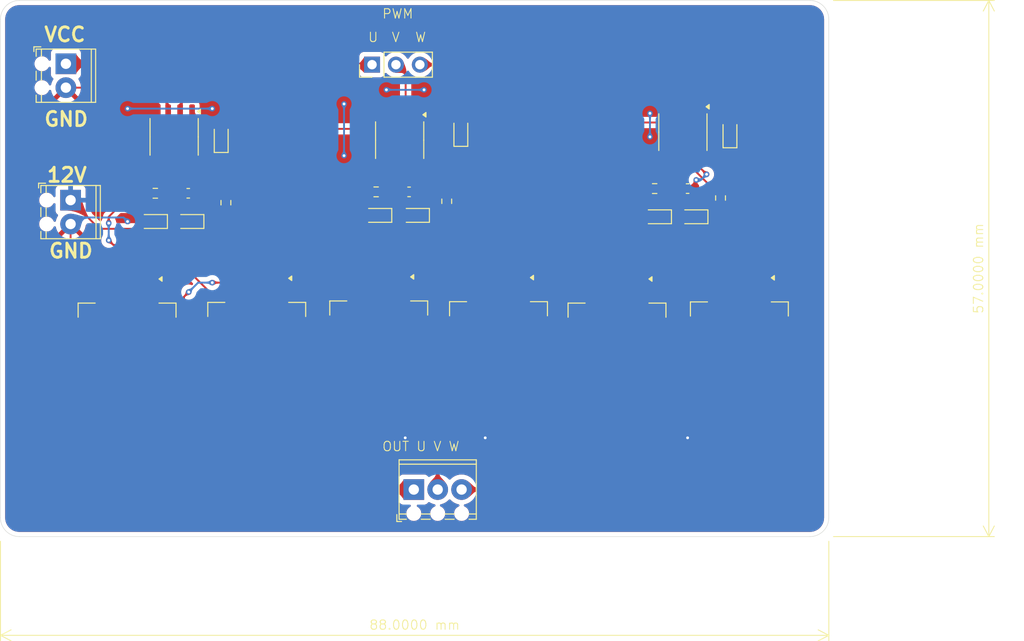
<source format=kicad_pcb>
(kicad_pcb (version 20240108) (generator "pcbnew") (generator_version "8.0")
  (layers (0 "F.Cu" signal) (31 "B.Cu" signal) (34 "B.Paste" user) (35 "F.Paste" user) (36 "B.SilkS" user "B.Silkscreen") (37 "F.SilkS" user "F.Silkscreen") (38 "B.Mask" user) (39 "F.Mask" user) (44 "Edge.Cuts" user))
  (net 0 "")
  (net 1 "Net-(D1-K)")
  (net 2 "/MOTOR_U")
  (net 3 "/MOTOR_V")
  (net 4 "Net-(D4-K)")
  (net 5 "Net-(D7-K)")
  (net 6 "/MOTOR_W")
  (net 7 "VCC")
  (net 8 "+12V")
  (net 9 "GND")
  (net 10 "/PWM_W")
  (net 11 "/PWM_V")
  (net 12 "/PWM_U")
  (net 13 "Net-(Q1-G)")
  (net 14 "Net-(Q2-G)")
  (net 15 "Net-(Q3-G)")
  (net 16 "Net-(Q4-G)")
  (net 17 "Net-(Q5-G)")
  (net 18 "Net-(Q6-G)")
  (net 19 "Net-(U1-HO)")
  (net 20 "Net-(U1-LO)")
  (net 21 "Net-(U2-HO)")
  (net 22 "Net-(U2-LO)")
  (net 23 "Net-(U3-HO)")
  (net 24 "Net-(U3-LO)")
  (footprint "Diode_SMD:D_0603_1608Metric_Pad1.05x0.95mm_HandSolder" (layer "F.Cu") (at 139.91 115.85 180)
    (property "Reference" "D6" (hide yes))
    (property "Value" "D")
    (pad "1" smd roundrect (at -0.875 0 180) (size 1.05 0.95) (layers "F.Cu" "F.Paste" "F.Mask") (net 3 "/MOTOR_V"))
    (pad "2" smd roundrect (at 0.875 0 180) (size 1.05 0.95) (layers "F.Cu" "F.Paste" "F.Mask") (net 9 "GND"))
  )
  (footprint "Connector_PinHeader_2.54mm:PinHeader_1x03_P2.54mm_Vertical" (layer "F.Cu") (at 139.475 99.825 90)
    (property "Reference" "J4" (hide yes))
    (property "Value" "Conn_01x03")
    (pad "1" thru_hole rect (at 0 0 90) (size 1.7 1.7) (drill 1) (layers "*.Cu" "*.Mask") (net 12 "/PWM_U"))
    (pad "2" thru_hole oval (at 0 2.54 90) (size 1.7 1.7) (drill 1) (layers "*.Cu" "*.Mask") (net 11 "/PWM_V"))
    (pad "3" thru_hole oval (at 0 5.08 90) (size 1.7 1.7) (drill 1) (layers "*.Cu" "*.Mask") (net 10 "/PWM_W"))
  )
  (footprint "Diode_SMD:D_0603_1608Metric_Pad1.05x0.95mm_HandSolder" (layer "F.Cu") (at 123.45 107.5 90)
    (property "Reference" "D1" (hide yes))
    (property "Value" "D")
    (pad "1" smd roundrect (at -0.875 0 90) (size 1.05 0.95) (layers "F.Cu" "F.Paste" "F.Mask") (net 1 "Net-(D1-K)"))
    (pad "2" smd roundrect (at 0.875 0 90) (size 1.05 0.95) (layers "F.Cu" "F.Paste" "F.Mask") (net 7 "VCC"))
  )
  (footprint "Resistor_SMD:R_0603_1608Metric" (layer "F.Cu") (at 139.91 113.35)
    (property "Reference" "R4" (hide yes))
    (property "Value" "30R")
    (pad "1" smd roundrect (at -0.825 0) (size 0.8 0.95) (layers "F.Cu" "F.Paste" "F.Mask") (net 22 "Net-(U2-LO)"))
    (pad "2" smd roundrect (at 0.825 0) (size 0.8 0.95) (layers "F.Cu" "F.Paste" "F.Mask") (net 16 "Net-(Q4-G)"))
  )
  (footprint "Resistor_SMD:R_0603_1608Metric" (layer "F.Cu") (at 123.95 114.5 -90)
    (property "Reference" "R1" (hide yes))
    (property "Value" "30R")
    (pad "1" smd roundrect (at -0.825 0 270) (size 0.8 0.95) (layers "F.Cu" "F.Paste" "F.Mask") (net 19 "Net-(U1-HO)"))
    (pad "2" smd roundrect (at 0.825 0 270) (size 0.8 0.95) (layers "F.Cu" "F.Paste" "F.Mask") (net 13 "Net-(Q1-G)"))
  )
  (footprint "Package_SO:SOIC-8_3.9x4.9mm_P1.27mm" (layer "F.Cu") (at 172.5 107 -90)
    (property "Reference" "U3" (hide yes))
    (property "Value" "IR2104")
    (pad "1" smd roundrect (at -2.475 -1.905 270) (size 1.95 0.6) (layers "F.Cu" "F.Paste" "F.Mask") (net 7 "VCC"))
    (pad "2" smd roundrect (at -2.475 -0.635 270) (size 1.95 0.6) (layers "F.Cu" "F.Paste" "F.Mask") (net 10 "/PWM_W"))
    (pad "3" smd roundrect (at -2.475 0.635 270) (size 1.95 0.6) (layers "F.Cu" "F.Paste" "F.Mask") (net 7 "VCC"))
    (pad "4" smd roundrect (at -2.475 1.905 270) (size 1.95 0.6) (layers "F.Cu" "F.Paste" "F.Mask") (net 9 "GND"))
    (pad "5" smd roundrect (at 2.475 1.905 270) (size 1.95 0.6) (layers "F.Cu" "F.Paste" "F.Mask") (net 24 "Net-(U3-LO)"))
    (pad "6" smd roundrect (at 2.475 0.635 270) (size 1.95 0.6) (layers "F.Cu" "F.Paste" "F.Mask") (net 6 "/MOTOR_W"))
    (pad "7" smd roundrect (at 2.475 -0.635 270) (size 1.95 0.6) (layers "F.Cu" "F.Paste" "F.Mask") (net 23 "Net-(U3-HO)"))
    (pad "8" smd roundrect (at 2.475 -1.905 270) (size 1.95 0.6) (layers "F.Cu" "F.Paste" "F.Mask") (net 5 "Net-(D7-K)"))
  )
  (footprint "Diode_SMD:D_0603_1608Metric_Pad1.05x0.95mm_HandSolder" (layer "F.Cu") (at 173.5 116 180)
    (property "Reference" "D8" (hide yes))
    (property "Value" "D")
    (pad "1" smd roundrect (at -0.875 0 180) (size 1.05 0.95) (layers "F.Cu" "F.Paste" "F.Mask") (net 8 "+12V"))
    (pad "2" smd roundrect (at 0.875 0 180) (size 1.05 0.95) (layers "F.Cu" "F.Paste" "F.Mask") (net 6 "/MOTOR_W"))
  )
  (footprint "Diode_SMD:D_0603_1608Metric_Pad1.05x0.95mm_HandSolder" (layer "F.Cu") (at 148.91 106.85 90)
    (property "Reference" "D4" (hide yes))
    (property "Value" "D")
    (pad "1" smd roundrect (at -0.875 0 90) (size 1.05 0.95) (layers "F.Cu" "F.Paste" "F.Mask") (net 4 "Net-(D4-K)"))
    (pad "2" smd roundrect (at 0.875 0 90) (size 1.05 0.95) (layers "F.Cu" "F.Paste" "F.Mask") (net 7 "VCC"))
  )
  (footprint "Package_TO_SOT_SMD:TO-263-2" (layer "F.Cu") (at 140.185 129.775 -90)
    (property "Reference" "Q4" (hide yes))
    (property "Value" "IRF3205")
    (pad "1" smd roundrect (at -7.65 -2.54 270) (size 4.6 1.1) (layers "F.Cu" "F.Paste" "F.Mask") (roundrect_rratio 0.227273) (net 16 "Net-(Q4-G)"))
    (pad "2" smd roundrect (at -0.925 -2.775 270) (size 4.55 5.25) (layers "F.Cu" "F.Paste") (roundrect_rratio 0.054945) (net 3 "/MOTOR_V"))
    (pad "2" smd roundrect (at -0.925 2.775 270) (size 4.55 5.25) (layers "F.Cu" "F.Paste") (roundrect_rratio 0.054945) (net 3 "/MOTOR_V"))
    (pad "2" smd roundrect (at 1.5 0 270) (size 9.4 10.8) (layers "F.Cu" "F.Mask") (roundrect_rratio 0.026596) (net 3 "/MOTOR_V"))
    (pad "2" smd roundrect (at 3.925 -2.775 270) (size 4.55 5.25) (layers "F.Cu" "F.Paste") (roundrect_rratio 0.054945) (net 3 "/MOTOR_V"))
    (pad "2" smd roundrect (at 3.925 2.775 270) (size 4.55 5.25) (layers "F.Cu" "F.Paste") (roundrect_rratio 0.054945) (net 3 "/MOTOR_V"))
    (pad "3" smd roundrect (at -7.65 2.54 270) (size 4.6 1.1) (layers "F.Cu" "F.Paste" "F.Mask") (roundrect_rratio 0.227273) (net 9 "GND"))
  )
  (footprint "Diode_SMD:D_0603_1608Metric_Pad1.05x0.95mm_HandSolder" (layer "F.Cu") (at 119.95 116.5 180)
    (property "Reference" "D2" (hide yes))
    (property "Value" "D")
    (pad "1" smd roundrect (at -0.875 0 180) (size 1.05 0.95) (layers "F.Cu" "F.Paste" "F.Mask") (net 8 "+12V"))
    (pad "2" smd roundrect (at 0.875 0 180) (size 1.05 0.95) (layers "F.Cu" "F.Paste" "F.Mask") (net 2 "/MOTOR_U"))
  )
  (footprint "TerminalBlock_Phoenix:TerminalBlock_Phoenix_MPT-0,5-2-2.54_1x02_P2.54mm_Horizontal" (layer "F.Cu") (at 107.45 114.23 -90)
    (property "Reference" "J3" (hide yes))
    (property "Value" "Conn_01x02")
    (pad "" np_thru_hole circle (at 0 2.54 270) (size 1.1 1.1) (drill 1.1) (layers "*.Cu" "*.Mask"))
    (pad "" np_thru_hole circle (at 2.54 2.54 270) (size 1.1 1.1) (drill 1.1) (layers "*.Cu" "*.Mask"))
    (pad "1" thru_hole rect (at 0 0 270) (size 2.2 2.2) (drill 1.1) (layers "*.Cu" "*.Mask") (net 8 "+12V"))
    (pad "2" thru_hole circle (at 2.54 0 270) (size 2.2 2.2) (drill 1.1) (layers "*.Cu" "*.Mask") (net 9 "GND"))
  )
  (footprint "TerminalBlock_Phoenix:TerminalBlock_Phoenix_MPT-0,5-3-2.54_1x03_P2.54mm_Horizontal" (layer "F.Cu") (at 143.91 145)
    (property "Reference" "J1" (hide yes))
    (property "Value" "~")
    (pad "" np_thru_hole circle (at 0 2.54) (size 1.1 1.1) (drill 1.1) (layers "*.Cu" "*.Mask"))
    (pad "" np_thru_hole circle (at 2.54 2.54) (size 1.1 1.1) (drill 1.1) (layers "*.Cu" "*.Mask"))
    (pad "" np_thru_hole circle (at 5.08 2.54) (size 1.1 1.1) (drill 1.1) (layers "*.Cu" "*.Mask"))
    (pad "1" thru_hole rect (at 0 0) (size 2.2 2.2) (drill 1.1) (layers "*.Cu" "*.Mask") (net 2 "/MOTOR_U"))
    (pad "2" thru_hole circle (at 2.54 0) (size 2.2 2.2) (drill 1.1) (layers "*.Cu" "*.Mask") (net 3 "/MOTOR_V"))
    (pad "3" thru_hole circle (at 5.08 0) (size 2.2 2.2) (drill 1.1) (layers "*.Cu" "*.Mask") (net 6 "/MOTOR_W"))
  )
  (footprint "Diode_SMD:D_0603_1608Metric_Pad1.05x0.95mm_HandSolder" (layer "F.Cu") (at 143.91 115.85 180)
    (property "Reference" "D5" (hide yes))
    (property "Value" "D")
    (pad "1" smd roundrect (at -0.875 0 180) (size 1.05 0.95) (layers "F.Cu" "F.Paste" "F.Mask") (net 8 "+12V"))
    (pad "2" smd roundrect (at 0.875 0 180) (size 1.05 0.95) (layers "F.Cu" "F.Paste" "F.Mask") (net 3 "/MOTOR_V"))
  )
  (footprint "Resistor_SMD:R_0603_1608Metric" (layer "F.Cu") (at 169.5 113)
    (property "Reference" "R6" (hide yes))
    (property "Value" "30R")
    (pad "1" smd roundrect (at -0.825 0) (size 0.8 0.95) (layers "F.Cu" "F.Paste" "F.Mask") (net 24 "Net-(U3-LO)"))
    (pad "2" smd roundrect (at 0.825 0) (size 0.8 0.95) (layers "F.Cu" "F.Paste" "F.Mask") (net 18 "Net-(Q6-G)"))
  )
  (footprint "Capacitor_SMD:C_0603_1608Metric" (layer "F.Cu") (at 119.95 113.5)
    (property "Reference" "C1" (hide yes))
    (property "Value" "10uF")
    (pad "1" smd roundrect (at -0.775 0) (size 0.9 0.95) (layers "F.Cu" "F.Paste" "F.Mask") (net 2 "/MOTOR_U"))
    (pad "2" smd roundrect (at 0.775 0) (size 0.9 0.95) (layers "F.Cu" "F.Paste" "F.Mask") (net 1 "Net-(D1-K)"))
  )
  (footprint "Package_TO_SOT_SMD:TO-263-2" (layer "F.Cu") (at 113.45 130 -90)
    (property "Reference" "Q2" (hide yes))
    (property "Value" "IRF3205")
    (pad "1" smd roundrect (at -7.65 -2.54 270) (size 4.6 1.1) (layers "F.Cu" "F.Paste" "F.Mask") (roundrect_rratio 0.227273) (net 14 "Net-(Q2-G)"))
    (pad "2" smd roundrect (at -0.925 -2.775 270) (size 4.55 5.25) (layers "F.Cu" "F.Paste") (roundrect_rratio 0.054945) (net 2 "/MOTOR_U"))
    (pad "2" smd roundrect (at -0.925 2.775 270) (size 4.55 5.25) (layers "F.Cu" "F.Paste") (roundrect_rratio 0.054945) (net 2 "/MOTOR_U"))
    (pad "2" smd roundrect (at 1.5 0 270) (size 9.4 10.8) (layers "F.Cu" "F.Mask") (roundrect_rratio 0.026596) (net 2 "/MOTOR_U"))
    (pad "2" smd roundrect (at 3.925 -2.775 270) (size 4.55 5.25) (layers "F.Cu" "F.Paste") (roundrect_rratio 0.054945) (net 2 "/MOTOR_U"))
    (pad "2" smd roundrect (at 3.925 2.775 270) (size 4.55 5.25) (layers "F.Cu" "F.Paste") (roundrect_rratio 0.054945) (net 2 "/MOTOR_U"))
    (pad "3" smd roundrect (at -7.65 2.54 270) (size 4.6 1.1) (layers "F.Cu" "F.Paste" "F.Mask") (roundrect_rratio 0.227273) (net 9 "GND"))
  )
  (footprint "Capacitor_SMD:C_0603_1608Metric" (layer "F.Cu") (at 173 113)
    (property "Reference" "C6" (hide yes))
    (property "Value" "10uF")
    (pad "1" smd roundrect (at -0.775 0) (size 0.9 0.95) (layers "F.Cu" "F.Paste" "F.Mask") (net 6 "/MOTOR_W"))
    (pad "2" smd roundrect (at 0.775 0) (size 0.9 0.95) (layers "F.Cu" "F.Paste" "F.Mask") (net 5 "Net-(D7-K)"))
  )
  (footprint "Package_TO_SOT_SMD:TO-263-2" (layer "F.Cu") (at 165.5 130 -90)
    (property "Reference" "Q6" (hide yes))
    (property "Value" "IRF3205")
    (pad "1" smd roundrect (at -7.65 -2.54 270) (size 4.6 1.1) (layers "F.Cu" "F.Paste" "F.Mask") (roundrect_rratio 0.227273) (net 18 "Net-(Q6-G)"))
    (pad "2" smd roundrect (at -0.925 -2.775 270) (size 4.55 5.25) (layers "F.Cu" "F.Paste") (roundrect_rratio 0.054945) (net 6 "/MOTOR_W"))
    (pad "2" smd roundrect (at -0.925 2.775 270) (size 4.55 5.25) (layers "F.Cu" "F.Paste") (roundrect_rratio 0.054945) (net 6 "/MOTOR_W"))
    (pad "2" smd roundrect (at 1.5 0 270) (size 9.4 10.8) (layers "F.Cu" "F.Mask") (roundrect_rratio 0.026596) (net 6 "/MOTOR_W"))
    (pad "2" smd roundrect (at 3.925 -2.775 270) (size 4.55 5.25) (layers "F.Cu" "F.Paste") (roundrect_rratio 0.054945) (net 6 "/MOTOR_W"))
    (pad "2" smd roundrect (at 3.925 2.775 270) (size 4.55 5.25) (layers "F.Cu" "F.Paste") (roundrect_rratio 0.054945) (net 6 "/MOTOR_W"))
    (pad "3" smd roundrect (at -7.65 2.54 270) (size 4.6 1.1) (layers "F.Cu" "F.Paste" "F.Mask") (roundrect_rratio 0.227273) (net 9 "GND"))
  )
  (footprint "Diode_SMD:D_0603_1608Metric_Pad1.05x0.95mm_HandSolder" (layer "F.Cu") (at 177.5 107 90)
    (property "Reference" "D7" (hide yes))
    (property "Value" "D")
    (pad "1" smd roundrect (at -0.875 0 90) (size 1.05 0.95) (layers "F.Cu" "F.Paste" "F.Mask") (net 5 "Net-(D7-K)"))
    (pad "2" smd roundrect (at 0.875 0 90) (size 1.05 0.95) (layers "F.Cu" "F.Paste" "F.Mask") (net 7 "VCC"))
  )
  (footprint "Capacitor_SMD:C_0603_1608Metric" (layer "F.Cu") (at 143.41 113.35)
    (property "Reference" "C4" (hide yes))
    (property "Value" "10uF")
    (pad "1" smd roundrect (at -0.775 0) (size 0.9 0.95) (layers "F.Cu" "F.Paste" "F.Mask") (net 3 "/MOTOR_V"))
    (pad "2" smd roundrect (at 0.775 0) (size 0.9 0.95) (layers "F.Cu" "F.Paste" "F.Mask") (net 4 "Net-(D4-K)"))
  )
  (footprint "Resistor_SMD:R_0603_1608Metric" (layer "F.Cu") (at 147.41 114.35 -90)
    (property "Reference" "R3" (hide yes))
    (property "Value" "30R")
    (pad "1" smd roundrect (at -0.825 0 270) (size 0.8 0.95) (layers "F.Cu" "F.Paste" "F.Mask") (net 21 "Net-(U2-HO)"))
    (pad "2" smd roundrect (at 0.825 0 270) (size 0.8 0.95) (layers "F.Cu" "F.Paste" "F.Mask") (net 15 "Net-(Q3-G)"))
  )
  (footprint "Package_TO_SOT_SMD:TO-263-2" (layer "F.Cu") (at 178.5 129.875 -90)
    (property "Reference" "Q5" (hide yes))
    (property "Value" "IRF3205")
    (pad "1" smd roundrect (at -7.65 -2.54 270) (size 4.6 1.1) (layers "F.Cu" "F.Paste" "F.Mask") (roundrect_rratio 0.227273) (net 17 "Net-(Q5-G)"))
    (pad "2" smd roundrect (at -0.925 -2.775 270) (size 4.55 5.25) (layers "F.Cu" "F.Paste") (roundrect_rratio 0.054945) (net 8 "+12V"))
    (pad "2" smd roundrect (at -0.925 2.775 270) (size 4.55 5.25) (layers "F.Cu" "F.Paste") (roundrect_rratio 0.054945) (net 8 "+12V"))
    (pad "2" smd roundrect (at 1.5 0 270) (size 9.4 10.8) (layers "F.Cu" "F.Mask") (roundrect_rratio 0.026596) (net 8 "+12V"))
    (pad "2" smd roundrect (at 3.925 -2.775 270) (size 4.55 5.25) (layers "F.Cu" "F.Paste") (roundrect_rratio 0.054945) (net 8 "+12V"))
    (pad "2" smd roundrect (at 3.925 2.775 270) (size 4.55 5.25) (layers "F.Cu" "F.Paste") (roundrect_rratio 0.054945) (net 8 "+12V"))
    (pad "3" smd roundrect (at -7.65 2.54 270) (size 4.6 1.1) (layers "F.Cu" "F.Paste" "F.Mask") (roundrect_rratio 0.227273) (net 6 "/MOTOR_W"))
  )
  (footprint "TerminalBlock_Phoenix:TerminalBlock_Phoenix_MPT-0,5-2-2.54_1x02_P2.54mm_Horizontal" (layer "F.Cu") (at 106.95 99.73 -90)
    (property "Reference" "J2" (hide yes))
    (property "Value" "Conn_01x02")
    (pad "" np_thru_hole circle (at 0 2.54 270) (size 1.1 1.1) (drill 1.1) (layers "*.Cu" "*.Mask"))
    (pad "" np_thru_hole circle (at 2.54 2.54 270) (size 1.1 1.1) (drill 1.1) (layers "*.Cu" "*.Mask"))
    (pad "1" thru_hole rect (at 0 0 270) (size 2.2 2.2) (drill 1.1) (layers "*.Cu" "*.Mask") (net 7 "VCC"))
    (pad "2" thru_hole circle (at 2.54 0 270) (size 2.2 2.2) (drill 1.1) (layers "*.Cu" "*.Mask") (net 9 "GND"))
  )
  (footprint "Package_TO_SOT_SMD:TO-263-2" (layer "F.Cu") (at 127.225 129.925 -90)
    (property "Reference" "Q1" (hide yes))
    (property "Value" "IRF3205")
    (pad "1" smd roundrect (at -7.65 -2.54 270) (size 4.6 1.1) (layers "F.Cu" "F.Paste" "F.Mask") (roundrect_rratio 0.227273) (net 13 "Net-(Q1-G)"))
    (pad "2" smd roundrect (at -0.925 -2.775 270) (size 4.55 5.25) (layers "F.Cu" "F.Paste") (roundrect_rratio 0.054945) (net 8 "+12V"))
    (pad "2" smd roundrect (at -0.925 2.775 270) (size 4.55 5.25) (layers "F.Cu" "F.Paste") (roundrect_rratio 0.054945) (net 8 "+12V"))
    (pad "2" smd roundrect (at 1.5 0 270) (size 9.4 10.8) (layers "F.Cu" "F.Mask") (roundrect_rratio 0.026596) (net 8 "+12V"))
    (pad "2" smd roundrect (at 3.925 -2.775 270) (size 4.55 5.25) (layers "F.Cu" "F.Paste") (roundrect_rratio 0.054945) (net 8 "+12V"))
    (pad "2" smd roundrect (at 3.925 2.775 270) (size 4.55 5.25) (layers "F.Cu" "F.Paste") (roundrect_rratio 0.054945) (net 8 "+12V"))
    (pad "3" smd roundrect (at -7.65 2.54 270) (size 4.6 1.1) (layers "F.Cu" "F.Paste" "F.Mask") (roundrect_rratio 0.227273) (net 2 "/MOTOR_U"))
  )
  (footprint "Package_SO:SOIC-8_3.9x4.9mm_P1.27mm" (layer "F.Cu") (at 142.41 107.85 -90)
    (property "Reference" "U2" (hide yes))
    (property "Value" "IR2104")
    (pad "1" smd roundrect (at -2.475 -1.905 270) (size 1.95 0.6) (layers "F.Cu" "F.Paste" "F.Mask") (net 7 "VCC"))
    (pad "2" smd roundrect (at -2.475 -0.635 270) (size 1.95 0.6) (layers "F.Cu" "F.Paste" "F.Mask") (net 11 "/PWM_V"))
    (pad "3" smd roundrect (at -2.475 0.635 270) (size 1.95 0.6) (layers "F.Cu" "F.Paste" "F.Mask") (net 7 "VCC"))
    (pad "4" smd roundrect (at -2.475 1.905 270) (size 1.95 0.6) (layers "F.Cu" "F.Paste" "F.Mask") (net 9 "GND"))
    (pad "5" smd roundrect (at 2.475 1.905 270) (size 1.95 0.6) (layers "F.Cu" "F.Paste" "F.Mask") (net 22 "Net-(U2-LO)"))
    (pad "6" smd roundrect (at 2.475 0.635 270) (size 1.95 0.6) (layers "F.Cu" "F.Paste" "F.Mask") (net 3 "/MOTOR_V"))
    (pad "7" smd roundrect (at 2.475 -0.635 270) (size 1.95 0.6) (layers "F.Cu" "F.Paste" "F.Mask") (net 21 "Net-(U2-HO)"))
    (pad "8" smd roundrect (at 2.475 -1.905 270) (size 1.95 0.6) (layers "F.Cu" "F.Paste" "F.Mask") (net 4 "Net-(D4-K)"))
  )
  (footprint "Package_TO_SOT_SMD:TO-263-2" (layer "F.Cu") (at 152.91 129.85 -90)
    (property "Reference" "Q3" (hide yes))
    (property "Value" "IRF3205")
    (pad "1" smd roundrect (at -7.65 -2.54 270) (size 4.6 1.1) (layers "F.Cu" "F.Paste" "F.Mask") (roundrect_rratio 0.227273) (net 15 "Net-(Q3-G)"))
    (pad "2" smd roundrect (at -0.925 -2.775 270) (size 4.55 5.25) (layers "F.Cu" "F.Paste") (roundrect_rratio 0.054945) (net 8 "+12V"))
    (pad "2" smd roundrect (at -0.925 2.775 270) (size 4.55 5.25) (layers "F.Cu" "F.Paste") (roundrect_rratio 0.054945) (net 8 "+12V"))
    (pad "2" smd roundrect (at 1.5 0 270) (size 9.4 10.8) (layers "F.Cu" "F.Mask") (roundrect_rratio 0.026596) (net 8 "+12V"))
    (pad "2" smd roundrect (at 3.925 -2.775 270) (size 4.55 5.25) (layers "F.Cu" "F.Paste") (roundrect_rratio 0.054945) (net 8 "+12V"))
    (pad "2" smd roundrect (at 3.925 2.775 270) (size 4.55 5.25) (layers "F.Cu" "F.Paste") (roundrect_rratio 0.054945) (net 8 "+12V"))
    (pad "3" smd roundrect (at -7.65 2.54 270) (size 4.6 1.1) (layers "F.Cu" "F.Paste" "F.Mask") (roundrect_rratio 0.227273) (net 3 "/MOTOR_V"))
  )
  (footprint "Resistor_SMD:R_0603_1608Metric" (layer "F.Cu") (at 116.45 113.5)
    (property "Reference" "R2" (hide yes))
    (property "Value" "30R")
    (pad "1" smd roundrect (at -0.825 0) (size 0.8 0.95) (layers "F.Cu" "F.Paste" "F.Mask") (net 20 "Net-(U1-LO)"))
    (pad "2" smd roundrect (at 0.825 0) (size 0.8 0.95) (layers "F.Cu" "F.Paste" "F.Mask") (net 14 "Net-(Q2-G)"))
  )
  (footprint "Resistor_SMD:R_0603_1608Metric" (layer "F.Cu") (at 176.5 114 -90)
    (property "Reference" "R5" (hide yes))
    (property "Value" "30R")
    (pad "1" smd roundrect (at -0.825 0 270) (size 0.8 0.95) (layers "F.Cu" "F.Paste" "F.Mask") (net 23 "Net-(U3-HO)"))
    (pad "2" smd roundrect (at 0.825 0 270) (size 0.8 0.95) (layers "F.Cu" "F.Paste" "F.Mask") (net 17 "Net-(Q5-G)"))
  )
  (footprint "Package_SO:SOIC-8_3.9x4.9mm_P1.27mm" (layer "F.Cu") (at 118.45 107.5 -90)
    (property "Reference" "U1" (hide yes))
    (property "Value" "IR2104")
    (pad "1" smd roundrect (at -2.475 -1.905 270) (size 1.95 0.6) (layers "F.Cu" "F.Paste" "F.Mask") (net 7 "VCC"))
    (pad "2" smd roundrect (at -2.475 -0.635 270) (size 1.95 0.6) (layers "F.Cu" "F.Paste" "F.Mask") (net 12 "/PWM_U"))
    (pad "3" smd roundrect (at -2.475 0.635 270) (size 1.95 0.6) (layers "F.Cu" "F.Paste" "F.Mask") (net 7 "VCC"))
    (pad "4" smd roundrect (at -2.475 1.905 270) (size 1.95 0.6) (layers "F.Cu" "F.Paste" "F.Mask") (net 9 "GND"))
    (pad "5" smd roundrect (at 2.475 1.905 270) (size 1.95 0.6) (layers "F.Cu" "F.Paste" "F.Mask") (net 20 "Net-(U1-LO)"))
    (pad "6" smd roundrect (at 2.475 0.635 270) (size 1.95 0.6) (layers "F.Cu" "F.Paste" "F.Mask") (net 2 "/MOTOR_U"))
    (pad "7" smd roundrect (at 2.475 -0.635 270) (size 1.95 0.6) (layers "F.Cu" "F.Paste" "F.Mask") (net 19 "Net-(U1-HO)"))
    (pad "8" smd roundrect (at 2.475 -1.905 270) (size 1.95 0.6) (layers "F.Cu" "F.Paste" "F.Mask") (net 1 "Net-(D1-K)"))
  )
  (footprint "Diode_SMD:D_0603_1608Metric_Pad1.05x0.95mm_HandSolder" (layer "F.Cu") (at 169.625 116 180)
    (property "Reference" "D9" (hide yes))
    (property "Value" "D")
    (pad "1" smd roundrect (at -0.875 0 180) (size 1.05 0.95) (layers "F.Cu" "F.Paste" "F.Mask") (net 6 "/MOTOR_W"))
    (pad "2" smd roundrect (at 0.875 0 180) (size 1.05 0.95) (layers "F.Cu" "F.Paste" "F.Mask") (net 9 "GND"))
  )
  (footprint "Diode_SMD:D_0603_1608Metric_Pad1.05x0.95mm_HandSolder" (layer "F.Cu") (at 116.075 116.5 180)
    (property "Reference" "D3" (hide yes))
    (property "Value" "D")
    (pad "1" smd roundrect (at -0.875 0 180) (size 1.05 0.95) (layers "F.Cu" "F.Paste" "F.Mask") (net 2 "/MOTOR_U"))
    (pad "2" smd roundrect (at 0.875 0 180) (size 1.05 0.95) (layers "F.Cu" "F.Paste" "F.Mask") (net 9 "GND"))
  )
  (gr_arc (start 102 150) (mid 100.585786 149.414214) (end 100 148) (stroke (width 0.05)) (layer "Edge.Cuts"))
  (gr_line (start 100 148) (end 100 95) (stroke (width 0.05)) (layer "Edge.Cuts"))
  (gr_arc (start 186 93) (mid 187.414214 93.585786) (end 188 95) (stroke (width 0.05)) (layer "Edge.Cuts"))
  (gr_line (start 188 95) (end 188 148) (stroke (width 0.05)) (layer "Edge.Cuts"))
  (gr_line (start 102 93) (end 186 93) (stroke (width 0.05)) (layer "Edge.Cuts"))
  (gr_arc (start 100 95) (mid 100.585786 93.585786) (end 102 93) (stroke (width 0.05)) (layer "Edge.Cuts"))
  (gr_arc (start 188 148) (mid 187.414214 149.414214) (end 186 150) (stroke (width 0.05)) (layer "Edge.Cuts"))
  (gr_line (start 186 150) (end 102 150) (stroke (width 0.05)) (layer "Edge.Cuts"))
  (gr_text "PWM" (at 140.5 95 0) (layer "F.SilkS") (effects (font (size 1 1) (thickness 0.1)) (justify left bottom)))
  (gr_text "V" (at 141.5 97.5 0) (layer "F.SilkS") (effects (font (size 1 1) (thickness 0.1)) (justify left bottom)))
  (gr_text "VCC" (at 104.5 97.5 0) (layer "F.SilkS") (effects (font (size 1.5 1.5) (thickness 0.3) (bold yes)) (justify left bottom)))
  (gr_text "W" (at 144 97.5 0) (layer "F.SilkS") (effects (font (size 1 1) (thickness 0.1)) (justify left bottom)))
  (gr_text "12V" (at 104.79 112.43 0) (layer "F.SilkS") (effects (font (size 1.5 1.5) (thickness 0.3) (bold yes)) (justify left bottom)))
  (gr_text "U" (at 139 97.5 0) (layer "F.SilkS") (effects (font (size 1 1) (thickness 0.1)) (justify left bottom)))
  (gr_text "GND\n" (at 105 120.5 0) (layer "F.SilkS") (effects (font (size 1.5 1.5) (thickness 0.3) (bold yes)) (justify left bottom)))
  (gr_text "OUT U V W" (at 140.5 141 0) (layer "F.SilkS") (effects (font (size 1 1) (thickness 0.1)) (justify left bottom)))
  (gr_text "GND\n" (at 104.5 106.5 0) (layer "F.SilkS") (effects (font (size 1.5 1.5) (thickness 0.3) (bold yes)) (justify left bottom)))
  (dimension (type aligned) (layer "F.SilkS") (pts (xy 188 150) (xy 188 93)) (height 17) (gr_text "57.0000 mm" (at 203.9 121.5 90) (layer "F.SilkS") (effects (font (size 1 1) (thickness 0.1)))) (format (prefix "") (suffix "") (units 3) (units_format 1) (precision 4)) (style (thickness 0.1) (arrow_length 1.27) (text_position_mode 0) (extension_height 0.58642) (extension_offset 0.5) keep_text_aligned))
  (dimension (type aligned) (layer "F.SilkS") (pts (xy 100 150) (xy 188 150)) (height 10.499999) (gr_text "88.0000 mm" (at 144 159.399999 0) (layer "F.SilkS") (effects (font (size 1 1) (thickness 0.1)))) (format (prefix "") (suffix "") (units 3) (units_format 1) (precision 4)) (style (thickness 0.1) (arrow_length 1.27) (text_position_mode 0) (extension_height 0.58642) (extension_offset 0.5) keep_text_aligned))
  (segment (start 120.355 109.975) (end 120.355 113.13) (width 0.2) (layer "F.Cu") (net 1))
  (segment (start 123.45 108.375) (end 121.955 108.375) (width 0.2) (layer "F.Cu") (net 1))
  (segment (start 121.955 108.375) (end 120.355 109.975) (width 0.2) (layer "F.Cu") (net 1))
  (segment (start 120.355 113.13) (end 120.725 113.5) (width 0.2) (layer "F.Cu") (net 1))
  (segment (start 124.685 122.275) (end 123.96 123) (width 0.2) (layer "F.Cu") (net 2))
  (segment (start 119.075 116.5) (end 119.85 115.725) (width 0.2) (layer "F.Cu") (net 2))
  (segment (start 119.5 124.5) (end 119.5 125.8) (width 0.2) (layer "F.Cu") (net 2))
  (segment (start 119.5 125.8) (end 116.225 129.075) (width 0.2) (layer "F.Cu") (net 2))
  (segment (start 121.341722 115.725) (end 124.685 119.068278) (width 0.2) (layer "F.Cu") (net 2))
  (segment (start 129.875 145) (end 143.91 145) (width 0.2) (layer "F.Cu") (net 2))
  (segment (start 124.685 119.068278) (end 124.685 122.275) (width 0.2) (layer "F.Cu") (net 2))
  (segment (start 119.85 115.725) (end 121.341722 115.725) (width 0.2) (layer "F.Cu") (net 2))
  (segment (start 116.225 131.35) (end 129.875 145) (width 0.2) (layer "F.Cu") (net 2))
  (segment (start 123.96 123) (end 122.5 123) (width 0.2) (layer "F.Cu") (net 2))
  (segment (start 120 124) (end 119.5 124.5) (width 0.2) (layer "F.Cu") (net 2))
  (segment (start 117.815 112.14) (end 119.175 113.5) (width 0.2) (layer "F.Cu") (net 2))
  (segment (start 116.95 116.5) (end 119.075 116.5) (width 0.2) (layer "F.Cu") (net 2))
  (segment (start 119.175 113.5) (end 119.175 116.4) (width 0.2) (layer "F.Cu") (net 2))
  (segment (start 117.815 109.975) (end 117.815 112.14) (width 0.2) (layer "F.Cu") (net 2))
  (via (at 122.5 123) (size 0.6) (drill 0.3) (layers "F.Cu" "B.Cu") (net 2))
  (via (at 120 124) (size 0.6) (drill 0.3) (layers "F.Cu" "B.Cu") (net 2))
  (segment (start 122.5 123) (end 121 123) (width 0.2) (layer "B.Cu") (net 2))
  (segment (start 121 123) (end 120 124) (width 0.2) (layer "B.Cu") (net 2))
  (segment (start 150.37 122.2) (end 143.72 128.85) (width 0.2) (layer "F.Cu") (net 3))
  (segment (start 146.45 137.54) (end 140.185 131.275) (width 0.2) (layer "F.Cu") (net 3))
  (segment (start 143.035 114.035) (end 143.035 115.85) (width 0.2) (layer "F.Cu") (net 3))
  (segment (start 143.35 115.85) (end 149.7 122.2) (width 0.2) (layer "F.Cu") (net 3))
  (segment (start 143.035 115.85) (end 140.785 115.85) (width 0.2) (layer "F.Cu") (net 3))
  (segment (start 149.7 122.2) (end 150.37 122.2) (width 0.2) (layer "F.Cu") (net 3))
  (segment (start 141.775 112.49) (end 142.635 113.35) (width 0.2) (layer "F.Cu") (net 3))
  (segment (start 146.45 145) (end 146.45 137.54) (width 0.2) (layer "F.Cu") (net 3))
  (segment (start 141.775 110.325) (end 141.775 112.49) (width 0.2) (layer "F.Cu") (net 3))
  (segment (start 142.635 113.635) (end 143.035 114.035) (width 0.2) (layer "F.Cu") (net 3))
  (segment (start 148.91 107.725) (end 146.915 107.725) (width 0.2) (layer "F.Cu") (net 4))
  (segment (start 148.91 113.59) (end 148.91 107.725) (width 0.2) (layer "F.Cu") (net 4))
  (segment (start 146.915 107.725) (end 144.315 110.325) (width 0.2) (layer "F.Cu") (net 4))
  (segment (start 148.025 114.475) (end 148.91 113.59) (width 0.2) (layer "F.Cu") (net 4))
  (segment (start 144.185 113.35) (end 145.31 114.475) (width 0.2) (layer "F.Cu") (net 4))
  (segment (start 145.31 114.475) (end 148.025 114.475) (width 0.2) (layer "F.Cu") (net 4))
  (segment (start 174.405 109.475) (end 174.405 110.87147) (width 0.2) (layer "F.Cu") (net 5))
  (segment (start 176.005 107.875) (end 177.5 107.875) (width 0.2) (layer "F.Cu") (net 5))
  (segment (start 174.405 109.475) (end 176.005 107.875) (width 0.2) (layer "F.Cu") (net 5))
  (segment (start 173.775 113) (end 173.775 112.225) (width 0.2) (layer "F.Cu") (net 5))
  (segment (start 174.405 110.87147) (end 175.016765 111.483235) (width 0.2) (layer "F.Cu") (net 5))
  (segment (start 173.775 112.225) (end 173.918236 112.081764) (width 0.2) (layer "F.Cu") (net 5))
  (via (at 173.918236 112.081764) (size 0.6) (drill 0.3) (layers "F.Cu" "B.Cu") (net 5))
  (via (at 175.016765 111.483235) (size 0.6) (drill 0.3) (layers "F.Cu" "B.Cu") (net 5))
  (segment (start 174 112) (end 173.918236 112.081764) (width 0.2) (layer "B.Cu") (net 5))
  (segment (start 174.5 112) (end 174 112) (width 0.2) (layer "B.Cu") (net 5))
  (segment (start 175.016765 111.483235) (end 174.5 112) (width 0.2) (layer "B.Cu") (net 5))
  (segment (start 148.99 145) (end 152 145) (width 0.2) (layer "F.Cu") (net 6))
  (segment (start 172.225 114.225) (end 172.625 114.625) (width 0.2) (layer "F.Cu") (net 6))
  (segment (start 172.625 114.625) (end 172.625 116) (width 0.2) (layer "F.Cu") (net 6))
  (segment (start 175.96 122.225) (end 169.11 129.075) (width 0.2) (layer "F.Cu") (net 6))
  (segment (start 172.625 116) (end 172.625 118.89) (width 0.2) (layer "F.Cu") (net 6))
  (segment (start 170.5 116) (end 172.625 116) (width 0.2) (layer "F.Cu") (net 6))
  (segment (start 171.865 109.475) (end 171.865 112.64) (width 0.2) (layer "F.Cu") (net 6))
  (segment (start 172.225 113) (end 172.225 114.225) (width 0.2) (layer "F.Cu") (net 6))
  (segment (start 172.625 118.89) (end 175.96 122.225) (width 0.2) (layer "F.Cu") (net 6))
  (segment (start 171.865 112.64) (end 172.225 113) (width 0.2) (layer "F.Cu") (net 6))
  (segment (start 152 145) (end 165.5 131.5) (width 0.2) (layer "F.Cu") (net 6))
  (segment (start 148.91 105.975) (end 171.389999 105.975) (width 0.2) (layer "F.Cu") (net 7))
  (segment (start 142.704448 106.65) (end 144.014999 106.65) (width 0.2) (layer "F.Cu") (net 7))
  (segment (start 141.775 106.349999) (end 141.775 105.375) (width 0.2) (layer "F.Cu") (net 7))
  (segment (start 123.45 106.625) (end 121.955 106.625) (width 0.2) (layer "F.Cu") (net 7))
  (segment (start 174.405 104.525) (end 176.005 106.125) (width 0.2) (layer "F.Cu") (net 7))
  (segment (start 171.865 105.499999) (end 172.165001 105.8) (width 0.2) (layer "F.Cu") (net 7))
  (segment (start 144.315 106.349999) (end 144.315 105.375) (width 0.2) (layer "F.Cu") (net 7))
  (segment (start 174.405 105.499999) (end 174.405 104.525) (width 0.2) (layer "F.Cu") (net 7))
  (segment (start 106.95 99.73) (end 113.494999 99.73) (width 0.2) (layer "F.Cu") (net 7))
  (segment (start 171.865 105.499999) (end 171.865 104.525) (width 0.2) (layer "F.Cu") (net 7))
  (segment (start 117.815 106.17) (end 117.815 105.025) (width 0.2) (layer "F.Cu") (net 7))
  (segment (start 148.91 105.975) (end 144.915 105.975) (width 0.2) (layer "F.Cu") (net 7))
  (segment (start 113.494999 99.73) (end 117.815 104.050001) (width 0.2) (layer "F.Cu") (net 7))
  (segment (start 144.915 105.975) (end 144.315 105.375) (width 0.2) (layer "F.Cu") (net 7))
  (segment (start 120.355 105.999999) (end 120.054999 106.3) (width 0.2) (layer "F.Cu") (net 7))
  (segment (start 120.054999 106.3) (end 117.945 106.3) (width 0.2) (layer "F.Cu") (net 7))
  (segment (start 172.165001 105.8) (end 174.104999 105.8) (width 0.2) (layer "F.Cu") (net 7))
  (segment (start 176.005 106.125) (end 177.5 106.125) (width 0.2) (layer "F.Cu") (net 7))
  (segment (start 144.014999 106.65) (end 144.315 106.349999) (width 0.2) (layer "F.Cu") (net 7))
  (segment (start 117.945 106.3) (end 117.815 106.17) (width 0.2) (layer "F.Cu") (net 7))
  (segment (start 141.474999 106.65) (end 141.775 106.349999) (width 0.2) (layer "F.Cu") (net 7))
  (segment (start 171.389999 105.975) (end 171.865 105.499999) (width 0.2) (layer "F.Cu") (net 7))
  (segment (start 123.475 106.65) (end 141.474999 106.65) (width 0.2) (layer "F.Cu") (net 7))
  (segment (start 174.104999 105.8) (end 174.405 105.499999) (width 0.2) (layer "F.Cu") (net 7))
  (segment (start 120.355 105.025) (end 120.355 105.999999) (width 0.2) (layer "F.Cu") (net 7))
  (segment (start 117.815 104.050001) (end 117.815 105.025) (width 0.2) (layer "F.Cu") (net 7))
  (segment (start 141.775 105.720552) (end 142.704448 106.65) (width 0.2) (layer "F.Cu") (net 7))
  (segment (start 121.955 106.625) (end 120.355 105.025) (width 0.2) (layer "F.Cu") (net 7))
  (segment (start 174.375 116.475) (end 178.5 120.6) (width 0.2) (layer "F.Cu") (net 8))
  (segment (start 144.785 115.85) (end 148.535 119.6) (width 0.2) (layer "F.Cu") (net 8))
  (segment (start 132.940686 139.5) (end 143 139.5) (width 0.2) (layer "F.Cu") (net 8))
  (segment (start 130 129) (end 130 136.559314) (width 0.2) (layer "F.Cu") (net 8))
  (segment (start 148.535 119.6) (end 150.904744 119.6) (width 0.2) (layer "F.Cu") (net 8))
  (segment (start 174.375 116) (end 174.375 116.475) (width 0.2) (layer "F.Cu") (net 8))
  (segment (start 151.5 139.5) (end 151.5 139) (width 0.2) (layer "F.Cu") (net 8))
  (segment (start 107.45 114.23) (end 110.495 117.275) (width 0.2) (layer "F.Cu") (net 8))
  (segment (start 173 139.5) (end 178.5 134) (width 0.2) (layer "F.Cu") (net 8))
  (segment (start 130 136.559314) (end 132.940686 139.5) (width 0.2) (layer "F.Cu") (net 8))
  (segment (start 124.45 126.225) (end 124.45 129) (width 0.2) (layer "F.Cu") (net 8))
  (segment (start 120.05 117.275) (end 120.825 116.5) (width 0.2) (layer "F.Cu") (net 8))
  (segment (start 178.5 126.175) (end 175.725 128.95) (width 0.2) (layer "F.Cu") (net 8))
  (segment (start 152.91 137.59) (end 152.91 131.35) (width 0.2) (layer "F.Cu") (net 8))
  (segment (start 178.5 120.6) (end 178.5 126.175) (width 0.2) (layer "F.Cu") (net 8))
  (segment (start 150.904744 119.6) (end 151.22 119.915256) (width 0.2) (layer "F.Cu") (net 8))
  (segment (start 110.495 117.275) (end 115.5 117.275) (width 0.2) (layer "F.Cu") (net 8))
  (segment (start 115.5 117.275) (end 124.45 126.225) (width 0.2) (layer "F.Cu") (net 8))
  (segment (start 151.22 119.915256) (end 151.22 127.84) (width 0.2) (layer "F.Cu") (net 8))
  (segment (start 151.5 139) (end 152.91 137.59) (width 0.2) (layer "F.Cu") (net 8))
  (segment (start 115.5 117.275) (end 120.05 117.275) (width 0.2) (layer "F.Cu") (net 8))
  (via (at 143 139.5) (size 0.6) (drill 0.3) (layers "F.Cu" "B.Cu") (net 8))
  (via (at 151.5 139.5) (size 0.6) (drill 0.3) (layers "F.Cu" "B.Cu") (net 8))
  (via (at 173 139.5) (size 0.6) (drill 0.3) (layers "F.Cu" "B.Cu") (net 8))
  (segment (start 143 139.5) (end 151.5 139.5) (width 0.2) (layer "B.Cu") (net 8))
  (segment (start 151.5 139.5) (end 173 139.5) (width 0.2) (layer "B.Cu") (net 8))
  (segment (start 167.5 113.012648) (end 168.75 114.262648) (width 0.2) (layer "F.Cu") (net 9))
  (segment (start 108.5 104.5) (end 108 104) (width 0.2) (layer "F.Cu") (net 9))
  (segment (start 168 107) (end 162.96 112.04) (width 0.2) (layer "F.Cu") (net 9))
  (segment (start 108 103.32) (end 106.95 102.27) (width 0.2) (layer "F.Cu") (net 9))
  (segment (start 140.505 105.375) (end 139.13 104) (width 0.2) (layer "F.Cu") (net 9))
  (segment (start 162.96 112.04) (end 162.96 122.35) (width 0.2) (layer "F.Cu") (net 9))
  (segment (start 169 107.5) (end 168.5 107) (width 0.2) (layer "F.Cu") (net 9))
  (segment (start 140.505 102.995) (end 141 102.5) (width 0.2) (layer "F.Cu") (net 9))
  (segment (start 169 107.5) (end 167.5 109) (width 0.2) (layer "F.Cu") (net 9))
  (segment (start 107.45 118.89) (end 110.91 122.35) (width 0.2) (layer "F.Cu") (net 9))
  (segment (start 123 104) (end 122.5 104.5) (width 0.2) (layer "F.Cu") (net 9))
  (segment (start 145 102.5) (end 168.57 102.5) (width 0.2) (layer "F.Cu") (net 9))
  (segment (start 168.75 114.262648) (end 168.75 116) (width 0.2) (layer "F.Cu") (net 9))
  (segment (start 136.5 113.315) (end 139.035 115.85) (width 0.2) (layer "F.Cu") (net 9))
  (segment (start 137.645 122.125) (end 137.645 117.24) (width 0.2) (layer "F.Cu") (net 9))
  (segment (start 169.475 104.525) (end 169 105) (width 0.2) (layer "F.Cu") (net 9))
  (segment (start 137.645 117.24) (end 139.035 115.85) (width 0.2) (layer "F.Cu") (net 9))
  (segment (start 140.505 105.375) (end 140.505 102.995) (width 0.2) (layer "F.Cu") (net 9))
  (segment (start 139.13 104) (end 136.5 104) (width 0.2) (layer "F.Cu") (net 9))
  (segment (start 113.79 102.27) (end 116.545 105.025) (width 0.2) (layer "F.Cu") (net 9))
  (segment (start 170.595 104.525) (end 169.475 104.525) (width 0.2) (layer "F.Cu") (net 9))
  (segment (start 113.5 104.5) (end 108.5 104.5) (width 0.2) (layer "F.Cu") (net 9))
  (segment (start 168.57 102.5) (end 170.595 104.525) (width 0.2) (layer "F.Cu") (net 9))
  (segment (start 108 104) (end 108 103.32) (width 0.2) (layer "F.Cu") (net 9))
  (segment (start 136.5 104) (end 123 104) (width 0.2) (layer "F.Cu") (net 9))
  (segment (start 136.5 109.5) (end 136.5 113.315) (width 0.2) (layer "F.Cu") (net 9))
  (segment (start 107.45 116.77) (end 107.45 118.89) (width 0.2) (layer "F.Cu") (net 9))
  (segment (start 167.5 109) (end 167.5 113.012648) (width 0.2) (layer "F.Cu") (net 9))
  (segment (start 168.5 107) (end 168 107) (width 0.2) (layer "F.Cu") (net 9))
  (segment (start 115.2 116.5) (end 113.5 116.5) (width 0.2) (layer "F.Cu") (net 9))
  (segment (start 106.95 102.27) (end 113.79 102.27) (width 0.2) (layer "F.Cu") (net 9))
  (via (at 169 105) (size 0.6) (drill 0.3) (layers "F.Cu" "B.Cu") (net 9))
  (via (at 113.5 116.5) (size 0.6) (drill 0.3) (layers "F.Cu" "B.Cu") (net 9))
  (via (at 169 107.5) (size 0.6) (drill 0.3) (layers "F.Cu" "B.Cu") (net 9))
  (via (at 136.5 104) (size 0.6) (drill 0.3) (layers "F.Cu" "B.Cu") (net 9))
  (via (at 113.5 104.5) (size 0.6) (drill 0.3) (layers "F.Cu" "B.Cu") (net 9))
  (via (at 145 102.5) (size 0.6) (drill 0.3) (layers "F.Cu" "B.Cu") (net 9))
  (via (at 136.5 109.5) (size 0.6) (drill 0.3) (layers "F.Cu" "B.Cu") (net 9))
  (via (at 122.5 104.5) (size 0.6) (drill 0.3) (layers "F.Cu" "B.Cu") (net 9))
  (via (at 141 102.5) (size 0.6) (drill 0.3) (layers "F.Cu" "B.Cu") (net 9))
  (segment (start 141 102.5) (end 145 102.5) (width 0.2) (layer "B.Cu") (net 9))
  (segment (start 122.5 104.5) (end 113.5 104.5) (width 0.2) (layer "B.Cu") (net 9))
  (segment (start 136.5 104) (end 136.5 109.5) (width 0.2) (layer "B.Cu") (net 9))
  (segment (start 113.075 116.075) (end 108.145 116.075) (width 0.2) (layer "B.Cu") (net 9))
  (segment (start 169 105) (end 169 107.5) (width 0.2) (layer "B.Cu") (net 9))
  (segment (start 113.5 116.5) (end 113.075 116.075) (width 0.2) (layer "B.Cu") (net 9))
  (segment (start 144.555 99.825) (end 169.409999 99.825) (width 0.2) (layer "F.Cu") (net 10))
  (segment (start 173.135 103.550001) (end 173.135 104.525) (width 0.2) (layer "F.Cu") (net 10))
  (segment (start 169.409999 99.825) (end 173.135 103.550001) (width 0.2) (layer "F.Cu") (net 10))
  (segment (start 143.045 100.855) (end 143.045 105.375) (width 0.2) (layer "F.Cu") (net 11))
  (segment (start 142.015 99.825) (end 143.045 100.855) (width 0.2) (layer "F.Cu") (net 11))
  (segment (start 119.085 104.050001) (end 119.085 105.025) (width 0.2) (layer "F.Cu") (net 12))
  (segment (start 123.135001 100) (end 119.085 104.050001) (width 0.2) (layer "F.Cu") (net 12))
  (segment (start 139.5 100) (end 123.135001 100) (width 0.2) (layer "F.Cu") (net 12))
  (segment (start 129.765 122.275) (end 123.95 116.46) (width 0.2) (layer "F.Cu") (net 13))
  (segment (start 123.95 116.46) (end 123.95 115.325) (width 0.2) (layer "F.Cu") (net 13))
  (segment (start 112.5 115) (end 111.5 116) (width 0.2) (layer "F.Cu") (net 14))
  (segment (start 112 119) (end 112.64 119) (width 0.2) (layer "F.Cu") (net 14))
  (segment (start 111.5 118.5) (end 112 119) (width 0.2) (layer "F.Cu") (net 14))
  (segment (start 115.775 115) (end 112.5 115) (width 0.2) (layer "F.Cu") (net 14))
  (segment (start 111.5 116) (end 111.5 116.675) (width 0.2) (layer "F.Cu") (net 14))
  (segment (start 112.64 119) (end 115.99 122.35) (width 0.2) (layer "F.Cu") (net 14))
  (segment (start 117.275 113.5) (end 115.775 115) (width 0.2) (layer "F.Cu") (net 14))
  (via (at 111.5 116.675) (size 0.6) (drill 0.3) (layers "F.Cu" "B.Cu") (net 14))
  (via (at 111.5 118.5) (size 0.6) (drill 0.3) (layers "F.Cu" "B.Cu") (net 14))
  (segment (start 111.5 116.675) (end 111.5 118.5) (width 0.2) (layer "B.Cu") (net 14))
  (segment (start 147.41 115.175) (end 148.425 115.175) (width 0.2) (layer "F.Cu") (net 15))
  (segment (start 148.425 115.175) (end 155.45 122.2) (width 0.2) (layer "F.Cu") (net 15))
  (segment (start 142.725 122.125) (end 139.96 119.36) (width 0.2) (layer "F.Cu") (net 16))
  (segment (start 139.96 119.36) (end 139.96 114.125) (width 0.2) (layer "F.Cu") (net 16))
  (segment (start 139.96 114.125) (end 140.735 113.35) (width 0.2) (layer "F.Cu") (net 16))
  (segment (start 176.5 114.825) (end 176.5 117.685) (width 0.2) (layer "F.Cu") (net 17))
  (segment (start 176.5 117.685) (end 181.04 122.225) (width 0.2) (layer "F.Cu") (net 17))
  (segment (start 169.575 113.75) (end 169.575 120.815) (width 0.2) (layer "F.Cu") (net 18))
  (segment (start 169.575 120.815) (end 168.04 122.35) (width 0.2) (layer "F.Cu") (net 18))
  (segment (start 170.325 113) (end 169.575 113.75) (width 0.2) (layer "F.Cu") (net 18))
  (segment (start 120.501304 114.5) (end 123.125 114.5) (width 0.2) (layer "F.Cu") (net 19))
  (segment (start 119.955 113.953696) (end 120.501304 114.5) (width 0.2) (layer "F.Cu") (net 19))
  (segment (start 119.085 109.975) (end 119.085 111.585) (width 0.2) (layer "F.Cu") (net 19))
  (segment (start 123.125 114.5) (end 123.95 113.675) (width 0.2) (layer "F.Cu") (net 19))
  (segment (start 119.085 111.585) (end 119.955 112.455) (width 0.2) (layer "F.Cu") (net 19))
  (segment (start 119.955 112.455) (end 119.955 113.953696) (width 0.2) (layer "F.Cu") (net 19))
  (segment (start 116.545 109.975) (end 116.545 112.58) (width 0.2) (layer "F.Cu") (net 20))
  (segment (start 116.545 112.58) (end 115.625 113.5) (width 0.2) (layer "F.Cu") (net 20))
  (segment (start 143.045 110.325) (end 143.045 111.299999) (width 0.2) (layer "F.Cu") (net 21))
  (segment (start 143.045 111.299999) (end 144.245001 112.5) (width 0.2) (layer "F.Cu") (net 21))
  (segment (start 144.245001 112.5) (end 146.385 112.5) (width 0.2) (layer "F.Cu") (net 21))
  (segment (start 146.385 112.5) (end 147.41 113.525) (width 0.2) (layer "F.Cu") (net 21))
  (segment (start 140.505 110.325) (end 140.505 111.93) (width 0.2) (layer "F.Cu") (net 22))
  (segment (start 140.505 111.93) (end 139.085 113.35) (width 0.2) (layer "F.Cu") (net 22))
  (segment (start 173.135 110.449999) (end 175.860001 113.175) (width 0.2) (layer "F.Cu") (net 23))
  (segment (start 173.135 109.475) (end 173.135 110.449999) (width 0.2) (layer "F.Cu") (net 23))
  (segment (start 175.860001 113.175) (end 176.5 113.175) (width 0.2) (layer "F.Cu") (net 23))
  (segment (start 170.595 111.08) (end 168.675 113) (width 0.2) (layer "F.Cu") (net 24))
  (segment (start 170.595 109.475) (end 170.595 111.08) (width 0.2) (layer "F.Cu") (net 24))
  (zone (net 9) (net_name "GND") (layer "F.Cu") (connect_pads thru_hole_only (clearance 0.5)) (min_thickness 0.25) (fill yes (thermal_gap 0.5) (thermal_bridge_width 0.5))
    (polygon (pts (xy 100 150) (xy 100 93) (xy 188 93) (xy 188 150)))
  )
  (zone (net 8) (net_name "+12V") (layer "B.Cu") (priority 1) (connect_pads (clearance 0.5)) (min_thickness 0.25) (fill yes (thermal_gap 0.5) (thermal_bridge_width 0.5))
    (polygon (pts (xy 100 150) (xy 100 93) (xy 188 93) (xy 188 150)))
  )
)
</source>
